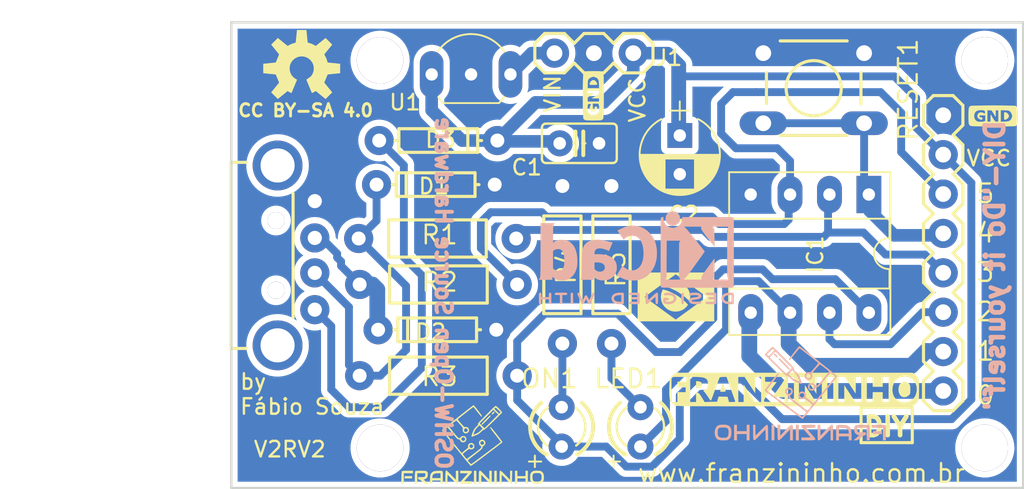
<source format=kicad_pcb>
(kicad_pcb (version 20200909) (generator pcbnew)
  (layers (0 "Top" signal) (31 "Bottom" signal) (34 "B.Paste" user) (35 "F.Paste" user) (36 "B.SilkS" user) (37 "F.SilkS" user) (38 "B.Mask" user) (39 "F.Mask" user) (44 "Edge.Cuts" user))
  (net 0 "")
  (net 1 "GND")
  (net 2 "5V")
  (net 3 "Net-(D3-PadA)")
  (net 4 "Net-(D1-PadC)")
  (net 5 "Net-(D2-PadC)")
  (net 6 "Net-(IC1-Pad7)")
  (net 7 "Net-(IC1-Pad6)")
  (net 8 "Net-(IC1-Pad5)")
  (net 9 "Net-(IC1-Pad3)")
  (net 10 "Net-(IC1-Pad2)")
  (net 11 "Net-(IC1-Pad1)")
  (net 12 "Net-(LED1-PadK)")
  (net 13 "Net-(ON1-PadK)")
  (net 14 "Net-(J1-Pad3)")
  (module "Franzininho:USB-A-H" (layer "Top") (at 125.95235 105.0186)
    (fp_text reference "X1" hide)
    (fp_text value "USB-A-H" hide)
    (pad "" thru_hole circle (at -0.1 2.25) (size 1.1 1.1) (drill 1.1) (layers *.Cu *.Mask))
    (pad "" thru_hole circle (at -0.1 -2.25) (size 1.1 1.1) (drill 1.1) (layers *.Cu *.Mask))
    (pad "D+" thru_hole circle (at 2.4 -1.127 270) (size 1.8796 1.8796) (drill 0.9144) (layers *.Cu *.Mask) (net 5 "Net-(D2-PadC)"))
    (pad "D-" thru_hole circle (at 2.4 1.127 270) (size 1.8796 1.8796) (drill 0.9144) (layers *.Cu *.Mask) (net 4 "Net-(D1-PadC)"))
    (pad "GND" thru_hole circle (at 2.4 -3.5 270) (size 1.8796 1.8796) (drill 0.9144) (layers *.Cu *.Mask) (net 1 "GND"))
    (pad "GND2" thru_hole circle (at 0 5.8 270) (size 3.216 3.216) (drill 2.2) (layers *.Cu *.Mask))
    (pad "GND3" thru_hole circle (at 0 -5.8 270) (size 3.216 3.216) (drill 2.2) (layers *.Cu *.Mask))
    (pad "VBUS" thru_hole circle (at 2.4 3.5 270) (size 1.8796 1.8796) (drill 0.9144) (layers *.Cu *.Mask) (net 3 "Net-(D3-PadA)"))
  )
  (module "Franzininho:DIODE-BZT52" (layer "Top") (at 136.24585 109.8141 180)
    (fp_text reference "D2" (at -0.66015 0.4417) (layer "F.SilkS") (effects (font (thickness 0.1524)) (justify right top)))
    (fp_text value "BZT52" hide)
    (pad "A" thru_hole circle (at -3.81 0 180) (size 1.8796 1.8796) (drill 0.9) (layers *.Cu *.Mask) (net 1 "GND"))
    (pad "C" thru_hole circle (at 3.81 0 180) (size 1.8796 1.8796) (drill 0.9) (layers *.Cu *.Mask) (net 5 "Net-(D2-PadC)"))
  )
  (module "Franzininho:DIODE-BZT52" (layer "Top") (at 136.14685 100.4521 180)
    (fp_text reference "D1" (at -0.96235 0.4777) (layer "F.SilkS") (effects (font (thickness 0.1524)) (justify right top)))
    (fp_text value "BZT52" hide)
    (pad "A" thru_hole circle (at -3.81 0 180) (size 1.8796 1.8796) (drill 0.9) (layers *.Cu *.Mask) (net 1 "GND"))
    (pad "C" thru_hole circle (at 3.81 0 180) (size 1.8796 1.8796) (drill 0.9) (layers *.Cu *.Mask) (net 4 "Net-(D1-PadC)"))
  )
  (module "Franzininho:C025-025X050" (layer "Top") (at 145.415 97.79)
    (fp_text reference "C1" (at -2.31845 0.9668) (layer "F.SilkS") (effects (font (thickness 0.1524)) (justify right top)))
    (fp_text value "0.1uf")
    (pad "1" thru_hole circle (at -1.27 0) (size 1.6764 1.6764) (drill 0.8128) (layers *.Cu *.Mask) (net 2 "5V"))
    (pad "2" thru_hole circle (at 1.27 0) (size 1.6764 1.6764) (drill 0.8128) (layers *.Cu *.Mask) (net 1 "GND"))
  )
  (module "Franzininho:AXIAL-0.4" (layer "Top") (at 136.26235 103.9281)
    (fp_text reference "R1" (at -1.13435 0.4659) (layer "F.SilkS") (effects (font (size 1.2 1.2) (thickness 0.1524)) (justify left bottom)))
    (fp_text value "68R" hide)
    (pad "P$1" thru_hole circle (at -5.08 0) (size 1.8796 1.8796) (drill 0.9) (layers *.Cu *.Mask) (net 4 "Net-(D1-PadC)"))
    (pad "P$2" thru_hole circle (at 5.08 0) (size 1.8796 1.8796) (drill 0.9) (layers *.Cu *.Mask) (net 10 "Net-(IC1-Pad2)"))
  )
  (module "Franzininho:AXIAL-0.4" (layer "Top") (at 136.32485 106.8931)
    (fp_text reference "R2" (at -1.19685 0.5489) (layer "F.SilkS") (effects (font (size 1.2 1.2) (thickness 0.1524)) (justify left bottom)))
    (fp_text value "68R" hide)
    (pad "P$1" thru_hole circle (at -5.08 0) (size 1.8796 1.8796) (drill 0.9) (layers *.Cu *.Mask) (net 5 "Net-(D2-PadC)"))
    (pad "P$2" thru_hole circle (at 5.08 0) (size 1.8796 1.8796) (drill 0.9) (layers *.Cu *.Mask) (net 9 "Net-(IC1-Pad3)"))
  )
  (module "Franzininho:AXIAL-0.4" (layer "Top") (at 136.32485 112.776 180)
    (fp_text reference "R3" hide)
    (fp_text value "1K5" hide)
    (fp_text user "R3" (at 1.19685 -0.762 180) (layer "F.SilkS") (effects (font (size 1.2 1.2) (thickness 0.1524)) (justify left bottom)))
    (pad "P$1" thru_hole circle (at -5.08 0 180) (size 1.8796 1.8796) (drill 0.9) (layers *.Cu *.Mask) (net 2 "5V"))
    (pad "P$2" thru_hole circle (at 5.08 0 180) (size 1.8796 1.8796) (drill 0.9) (layers *.Cu *.Mask) (net 4 "Net-(D1-PadC)"))
  )
  (module "Franzininho:LED3MM" (layer "Top") (at 149.352 116.078 90)
    (fp_text reference "LED1" (at 3.81 1.524) (layer "F.SilkS") (effects (font (size 1.2 1.2) (thickness 0.1524)) (justify right top)))
    (fp_text value "LED3MM")
    (pad "A" thru_hole circle (at -1.27 0 90) (size 1.6764 1.6764) (drill 0.8128) (layers *.Cu *.Mask) (net 7 "Net-(IC1-Pad6)"))
    (pad "K" thru_hole circle (at 1.27 0 90) (size 1.6764 1.6764) (drill 0.8128) (layers *.Cu *.Mask) (net 12 "Net-(LED1-PadK)"))
  )
  (module "Franzininho:AXIAL-0.4" (layer "Top") (at 147.48585 105.6231 -90)
    (fp_text reference "R5" (at -0.9751 0.41985 90) (layer "F.SilkS") (effects (font (size 1.2 1.2) (thickness 0.1524)) (justify right top)))
    (fp_text value "1K" hide)
    (pad "P$1" thru_hole circle (at -5.08 0 270) (size 1.8796 1.8796) (drill 0.9) (layers *.Cu *.Mask) (net 1 "GND"))
    (pad "P$2" thru_hole circle (at 5.08 0 270) (size 1.8796 1.8796) (drill 0.9) (layers *.Cu *.Mask) (net 12 "Net-(LED1-PadK)"))
  )
  (module "Franzininho:DIODE-1N4148" (layer "Top") (at 136.31645 97.6105)
    (fp_text reference "D3" (at -0.93445 0.5351) (layer "F.SilkS") (effects (font (thickness 0.1524)) (justify left bottom)))
    (fp_text value "1N4148" hide)
    (pad "A" thru_hole circle (at -3.81 0) (size 1.8796 1.8796) (drill 0.9) (layers *.Cu *.Mask) (net 3 "Net-(D3-PadA)"))
    (pad "C" thru_hole circle (at 3.81 0) (size 1.8796 1.8796) (drill 0.9) (layers *.Cu *.Mask) (net 2 "5V"))
  )
  (module "Franzininho:AXIAL-0.4" (layer "Top") (at 144.32085 105.6231 -90)
    (fp_text reference "R4" (at -1.1783 0.45525 90) (layer "F.SilkS") (effects (font (size 1.2 1.2) (thickness 0.1524)) (justify right top)))
    (fp_text value "1K" hide)
    (pad "P$1" thru_hole circle (at -5.08 0 270) (size 1.8796 1.8796) (drill 0.9) (layers *.Cu *.Mask) (net 1 "GND"))
    (pad "P$2" thru_hole circle (at 5.08 0 270) (size 1.8796 1.8796) (drill 0.9) (layers *.Cu *.Mask) (net 13 "Net-(ON1-PadK)"))
  )
  (module "Franzininho:1X08_ROUND" (layer "Top") (at 168.87985 113.7611 90)
    (fp_text reference "JP3" hide)
    (fp_text value "M08")
    (pad "1" thru_hole circle (at 0 0 180) (size 1.8796 1.8796) (drill 1.016) (layers *.Cu *.Mask) (net 8 "Net-(IC1-Pad5)"))
    (pad "2" thru_hole circle (at 2.54 0 180) (size 1.8796 1.8796) (drill 1.016) (layers *.Cu *.Mask) (net 7 "Net-(IC1-Pad6)"))
    (pad "3" thru_hole circle (at 5.08 0 180) (size 1.8796 1.8796) (drill 1.016) (layers *.Cu *.Mask) (net 6 "Net-(IC1-Pad7)"))
    (pad "4" thru_hole circle (at 7.62 0 180) (size 1.8796 1.8796) (drill 1.016) (layers *.Cu *.Mask) (net 10 "Net-(IC1-Pad2)"))
    (pad "5" thru_hole circle (at 10.16 0 180) (size 1.8796 1.8796) (drill 1.016) (layers *.Cu *.Mask) (net 11 "Net-(IC1-Pad1)"))
    (pad "6" thru_hole circle (at 12.7 0 180) (size 1.8796 1.8796) (drill 1.016) (layers *.Cu *.Mask) (net 9 "Net-(IC1-Pad3)"))
    (pad "7" thru_hole circle (at 15.24 0 180) (size 1.8796 1.8796) (drill 1.016) (layers *.Cu *.Mask) (net 2 "5V"))
    (pad "8" thru_hole circle (at 17.78 0 180) (size 1.8796 1.8796) (drill 1.016) (layers *.Cu *.Mask) (net 1 "GND"))
  )
  (module "Franzininho:OSHW-LOGO-M" (layer "Top") (at 127.508 92.964)
    (fp_text reference "LOGO1" hide)
    (fp_text value "OSHW-LOGOM" hide)
  )
  (module "Franzininho:1X03" (layer "Top") (at 148.89235 91.9761 180)
    (fp_text reference "J1" (at -3.25365 0.2821) (layer "F.SilkS") (effects (font (thickness 0.1524)) (justify right top)))
    (fp_text value "M03PTH")
    (pad "1" thru_hole circle (at 0 0 270) (size 1.8796 1.8796) (drill 1.016) (layers *.Cu *.Mask) (net 2 "5V"))
    (pad "2" thru_hole circle (at 2.54 0 270) (size 1.8796 1.8796) (drill 1.016) (layers *.Cu *.Mask) (net 1 "GND"))
    (pad "3" thru_hole circle (at 5.08 0 270) (size 1.8796 1.8796) (drill 1.016) (layers *.Cu *.Mask) (net 14 "Net-(J1-Pad3)"))
  )
  (module "Franzininho:TAC-SWITCH-PTH" (layer "Top") (at 160.528 94.234 180)
    (fp_text reference "RESET1" (at -5.3848 3.302 90) (layer "F.SilkS") (effects (font (size 1.2065 1.2065) (thickness 0.1524)) (justify right top)))
    (fp_text value "TACTILE-SWITCH-PTH")
    (pad "1" thru_hole oval (at -3.2512 -2.2606 180) (size 3.048 1.524) (drill 1.016) (layers *.Cu *.Mask) (net 11 "Net-(IC1-Pad1)"))
    (pad "2" thru_hole oval (at 3.2512 -2.2606 180) (size 3.048 1.524) (drill 1.016) (layers *.Cu *.Mask) (net 11 "Net-(IC1-Pad1)"))
    (pad "3" thru_hole oval (at -3.2512 2.2606 180) (size 3.048 1.524) (drill 1.016) (layers *.Cu *.Mask) (net 1 "GND"))
    (pad "4" thru_hole oval (at 3.2512 2.2606 180) (size 3.048 1.524) (drill 1.016) (layers *.Cu *.Mask) (net 1 "GND"))
  )
  (module "library:TO-92_Inline_Wide" (layer "Top") (at 135.89 93.345)
    (fp_text reference "U1" (at -1.7272 1.8034 180) (layer "F.SilkS"))
    (fp_text value "L78L05_TO92")
    (pad "1" thru_hole oval (at 0 0 90) (size 3 1.52) (drill 0.8) (layers *.Cu *.Mask) (net 2 "5V"))
    (pad "2" thru_hole oval (at 2.54 0 90) (size 3 1.52) (drill 0.8) (layers *.Cu *.Mask) (net 1 "GND"))
    (pad "3" thru_hole oval (at 5.08 0 90) (size 3 1.52) (drill 0.8) (layers *.Cu *.Mask) (net 14 "Net-(J1-Pad3)"))
  )
  (module "Housings_DIP:DIP-8_W7.62mm_Socket_LongPads" (layer "Top") (at 164.084 101.092 -90)
    (fp_text reference "IC1" (at 3.8608 3.4544 -90) (layer "F.SilkS"))
    (fp_text value "ATTINY85 - 20PU")
    (pad "1" thru_hole rect (at 0 0 270) (size 2.4 1.6) (drill 0.8) (layers *.Cu *.Mask) (net 11 "Net-(IC1-Pad1)"))
    (pad "2" thru_hole oval (at 0 2.54 270) (size 2.4 1.6) (drill 0.8) (layers *.Cu *.Mask) (net 10 "Net-(IC1-Pad2)"))
    (pad "3" thru_hole oval (at 0 5.08 270) (size 2.4 1.6) (drill 0.8) (layers *.Cu *.Mask) (net 9 "Net-(IC1-Pad3)"))
    (pad "4" thru_hole oval (at 0 7.62 270) (size 2.4 1.6) (drill 0.8) (layers *.Cu *.Mask) (net 1 "GND"))
    (pad "5" thru_hole oval (at 7.62 7.62 270) (size 2.4 1.6) (drill 0.8) (layers *.Cu *.Mask) (net 8 "Net-(IC1-Pad5)"))
    (pad "6" thru_hole oval (at 7.62 5.08 270) (size 2.4 1.6) (drill 0.8) (layers *.Cu *.Mask) (net 7 "Net-(IC1-Pad6)"))
    (pad "7" thru_hole oval (at 7.62 2.54 270) (size 2.4 1.6) (drill 0.8) (layers *.Cu *.Mask) (net 6 "Net-(IC1-Pad7)"))
    (pad "8" thru_hole oval (at 7.62 0 270) (size 2.4 1.6) (drill 0.8) (layers *.Cu *.Mask) (net 2 "5V"))
  )
  (module "Franzininho:LED3MM" (layer "Top") (at 144.272 116.078 90)
    (fp_text reference "ON1" (at 3.81 1.143) (layer "F.SilkS") (effects (font (size 1.2 1.2) (thickness 0.1524)) (justify right top)))
    (fp_text value "LED3MM")
    (pad "A" thru_hole circle (at -1.27 0 90) (size 1.6764 1.6764) (drill 0.8128) (layers *.Cu *.Mask) (net 2 "5V"))
    (pad "K" thru_hole circle (at 1.27 0 90) (size 1.6764 1.6764) (drill 0.8128) (layers *.Cu *.Mask) (net 13 "Net-(ON1-PadK)"))
  )
  (module "Graphics:FRANZININHO_16x2" (layer "Top") (at 159.258 113.665)
    (fp_text reference "G***" hide)
    (fp_text value "LOGO" hide)
  )
  (module "Graphics:bandeiraBrasil" (layer "Top") (at 151.638 107.696)
    (fp_text reference "G***" hide)
    (fp_text value "LOGO" hide)
  )
  (module "Capacitors_THT:CP_Radial_D5.0mm_P2.50mm" (layer "Top") (at 151.892 97.282 -90)
    (fp_text reference "C2" (at 5.08 -0.254) (layer "F.SilkS"))
    (fp_text value "10uF")
    (pad "1" thru_hole rect (at 0 0 270) (size 1.6 1.6) (drill 0.8) (layers *.Cu *.Mask) (net 2 "5V"))
    (pad "2" thru_hole circle (at 2.5 0 270) (size 1.6 1.6) (drill 0.8) (layers *.Cu *.Mask) (net 1 "GND"))
  )
  (module "Graphics:GND2" (layer "Top") (at 172.085 96.012)
    (fp_text reference "G***" hide)
    (fp_text value "LOGO" hide)
  )
  (module "Graphics:GND2" (layer "Top") (at 146.304 94.742 90)
    (fp_text reference "G***" hide)
    (fp_text value "LOGO" hide)
  )
  (module "Graphics:logo-franzininho10_6" (layer "Top") (at 138.557 117.221)
    (fp_text reference "G***" hide)
    (fp_text value "LOGO" hide)
  )
  (module "" (layer "Top") (at 132.56235 117.4361)
    (fp_text reference "@HOLE3" hide)
    (fp_text value "" (at 0 0) (layer "F.SilkS") (effects (font (size 1.27 1.27))))
    (pad "" thru_hole circle (at 0 0) (size 3 3) (drill 3) (layers *.Cu *.Mask))
  )
  (module "" (layer "Top") (at 171.56235 117.4361)
    (fp_text reference "@HOLE2" hide)
    (fp_text value "" (at 0 0) (layer "F.SilkS") (effects (font (size 1.27 1.27))))
    (pad "" thru_hole circle (at 0 0) (size 3 3) (drill 3) (layers *.Cu *.Mask))
  )
  (module "" (layer "Top") (at 171.56235 92.4361)
    (fp_text reference "@HOLE1" hide)
    (fp_text value "" (at 0 0) (layer "F.SilkS") (effects (font (size 1.27 1.27))))
    (pad "" thru_hole circle (at 0 0) (size 3 3) (drill 3) (layers *.Cu *.Mask))
  )
  (module "" (layer "Top") (at 132.56235 92.4361)
    (fp_text reference "@HOLE0" hide)
    (fp_text value "" (at 0 0) (layer "F.SilkS") (effects (font (size 1.27 1.27))))
    (pad "" thru_hole circle (at 0 0) (size 3 3) (drill 3) (layers *.Cu *.Mask))
  )
  (module "Graphics:logo-franzininho12_7" (layer "Bottom") (at 159.639 113.919 180)
    (fp_text reference "G***" hide)
    (fp_text value "LOGO" hide)
  )
  (module "Symbols:KiCad-Logo2_6mm_SilkScreen" (layer "Bottom") (at 149.098 105.156 180)
    (fp_text reference "REF***" hide)
    (fp_text value "KiCad-Logo2_6mm_SilkScreen" hide)
  )
  (gr_line (start 163.58362 114.808) (end 163.58362 117.094) (layer "F.SilkS") (width 0.2))
  (gr_line (start 163.58362 114.808) (end 166.63162 114.808) (layer "F.SilkS") (width 0.2))
  (gr_line (start 166.88562 117.094) (end 166.88562 114.808) (layer "F.SilkS") (width 0.2))
  (gr_line (start 166.88562 114.808) (end 166.63162 114.808) (layer "F.SilkS") (width 0.2))
  (gr_line (start 166.88562 117.094) (end 166.63162 117.094) (layer "F.SilkS") (width 0.2))
  (gr_line (start 163.58362 117.094) (end 166.63162 117.094) (layer "F.SilkS") (width 0.2))
  (gr_line (start 174.03485 120.0186) (end 174.03485 89.9886) (layer "Edge.Cuts") (width 0.15))
  (gr_line (start 122.96735 89.9886) (end 122.96735 120.0186) (layer "Edge.Cuts") (width 0.15))
  (gr_line (start 174.03485 89.9886) (end 122.96735 89.9886) (layer "Edge.Cuts") (width 0.15))
  (gr_line (start 122.96735 120.0186) (end 174.03485 120.0186) (layer "Edge.Cuts") (width 0.15))
  (gr_text "OSHW-Open Source Hardware" (at 136.652 107.442 270) (layer "B.SilkS") (effects (font (size 1 1) (thickness 0.25)) (justify mirror)))
  (gr_text "DIY-\"Do it yourself\"" (at 172.212 105.664 90) (layer "B.SilkS") (effects (font (size 1.2 1.2) (thickness 0.3)) (justify mirror)))
  (gr_text "DIY" (at 165.2143 116.0653) (layer "F.SilkS") (effects (font (size 1.2 1.2) (thickness 0.3))))
  (gr_text "1" (at 172.2755 110.49) (layer "F.SilkS") (effects (font (size 1.2 1.2) (thickness 0.1524)) (justify right top)))
  (gr_text "2" (at 172.2755 107.95) (layer "F.SilkS") (effects (font (size 1.2 1.2) (thickness 0.1524)) (justify right top)))
  (gr_text "3" (at 172.2755 105.41) (layer "F.SilkS") (effects (font (size 1.2 1.2) (thickness 0.1524)) (justify right top)))
  (gr_text "4" (at 172.2755 102.87) (layer "F.SilkS") (effects (font (size 1.2 1.2) (thickness 0.1524)) (justify right top)))
  (gr_text "5" (at 172.2755 100.33) (layer "F.SilkS") (effects (font (size 1.2 1.2) (thickness 0.1524)) (justify right top)))
  (gr_text "www.franzininho.com.br" (at 149.098 118.364) (layer "F.SilkS") (effects (font (size 1.2 1.2) (thickness 0.1524)) (justify left top)))
  (gr_text "VCC" (at 173.355 98.171) (layer "F.SilkS") (effects (font (size 1 1) (thickness 0.1524)) (justify right top)))
  (gr_text "0" (at 172.2755 113.3475) (layer "F.SilkS") (effects (font (size 1.2 1.2) (thickness 0.1524)) (justify right top)))
  (gr_text "VIN" (at 144.272 95.885 90) (layer "F.SilkS") (effects (font (size 1 1) (thickness 0.1524)) (justify left bottom)))
  (gr_text "VCC" (at 148.57485 93.472 90) (layer "F.SilkS") (effects (font (size 1 1) (thickness 0.1524)) (justify right top)))
  (gr_text "CC BY-SA 4.0" (at 123.317 96.139) (layer "F.SilkS") (effects (font (size 0.8 0.8) (thickness 0.18288)) (justify left bottom)))
  (gr_text "V2RV2" (at 124.333 118.11) (layer "F.SilkS") (effects (font (size 1 1) (thickness 0.1524)) (justify left bottom)))
  (gr_text "by\nFábio Souza\n\n" (at 123.444 116.967) (layer "F.SilkS") (effects (font (size 1 1) (thickness 0.1524)) (justify left bottom)))
  (segment (start 151.74985 92.6111) (end 151.74985 97.15135) (width 0.8128) (layer "Bottom") (net 2))
  (segment (start 148.89235 93.2461) (end 146.98735 95.1511) (width 0.8128) (layer "Bottom") (net 2))
  (segment (start 146.98735 95.1511) (end 142.58585 95.1511) (width 0.8128) (layer "Bottom") (net 2))
  (segment (start 144.10125 97.663) (end 140.25335 97.663) (width 0.8128) (layer "Bottom") (net 2))
  (segment (start 148.89235 91.9761) (end 151.11485 91.9761) (width 0.8128) (layer "Bottom") (net 2))
  (segment (start 148.89235 91.9761) (end 148.89235 93.2461) (width 0.8128) (layer "Bottom") (net 2))
  (segment (start 140.08295 97.6105) (end 140.00235 97.6911) (width 0.4064) (layer "Bottom") (net 2))
  (segment (start 163.81485 108.646) (end 163.99395 108.8251) (width 0.8128) (layer "Bottom") (net 2))
  (segment (start 142.58585 95.1511) (end 140.12645 97.6105) (width 0.8128) (layer "Bottom") (net 2))
  (segment (start 169.2336 98.6436) (end 168.87985 98.5211) (width 0.4064) (layer "Bottom") (net 2))
  (segment (start 151.11485 91.9761) (end 151.74985 92.6111) (width 0.8128) (layer "Bottom") (net 2))
  (segment (start 140.25335 97.4836) (end 140.12645 97.6105) (width 0.8128) (layer "Bottom") (net 2))
  (segment (start 168.75735 98.6436) (end 168.87985 98.5211) (width 0.8128) (layer "Bottom") (net 2))
  (segment (start 169.00235 98.6436) (end 168.87985 98.5211) (width 1.016) (layer "Bottom") (net 2))
  (segment (start 140.12645 97.6105) (end 140.08295 97.6105) (width 0.4064) (layer "Bottom") (net 2))
  (segment (start 154.686 105.918) (end 157.226 105.918) (width 0.508) (layer "Bottom") (net 2))
  (segment (start 168.87985 98.5211) (end 167.132 96.77325) (width 0.508) (layer "Bottom") (net 2))
  (segment (start 167.132 94.869) (end 165.735 93.472) (width 0.508) (layer "Bottom") (net 2))
  (segment (start 155.94305 113.03) (end 158.489525 115.576475) (width 0.508) (layer "Bottom") (net 2))
  (segment (start 151.892 116.84) (end 151.892 114.046) (width 0.508) (layer "Bottom") (net 2))
  (segment (start 169.424475 115.576475) (end 158.489525 115.576475) (width 0.508) (layer "Bottom") (net 2))
  (segment (start 144.272 117.221) (end 144.272 117.348) (width 0.508) (layer "Bottom") (net 2))
  (segment (start 143.1925 108.7755) (end 147.6375 108.7755) (width 0.508) (layer "Bottom") (net 2))
  (segment (start 154.051 109.093) (end 151.892 111.252) (width 0.508) (layer "Bottom") (net 2))
  (segment (start 170.694475 100.335725) (end 170.688375 100.329625) (width 0.508) (layer "Bottom") (net 2))
  (segment (start 157.2895 105.9815) (end 157.861 106.553) (width 0.508) (layer "Bottom") (net 2))
  (segment (start 151.892 116.84) (end 150.091799 118.640201) (width 0.508) (layer "Bottom") (net 2))
  (segment (start 141.40485 112.776) (end 141.40485 110.56315) (width 0.508) (layer "Bottom") (net 2))
  (segment (start 168.87985 98.5211) (end 170.688375 100.329625) (width 0.508) (layer "Bottom") (net 2))
  (segment (start 151.892 92.75325) (end 151.74985 92.6111) (width 0.8128) (layer "Bottom") (net 2))
  (segment (start 151.892 114.046) (end 152.908 113.03) (width 0.508) (layer "Bottom") (net 2))
  (segment (start 154.051 106.553) (end 154.051 109.093) (width 0.508) (layer "Bottom") (net 2))
  (segment (start 150.368 111.252) (end 147.8915 108.7755) (width 0.508) (layer "Bottom") (net 2))
  (segment (start 137.8427 97.6105) (end 138.797373 97.6105) (width 0.8128) (layer "Bottom") (net 2))
  (segment (start 144.272 117.348) (end 147.148598 117.348) (width 0.508) (layer "Bottom") (net 2))
  (segment (start 152.908 113.03) (end 155.94305 113.03) (width 0.508) (layer "Bottom") (net 2))
  (segment (start 170.694475 114.306475) (end 170.694475 100.335725) (width 0.508) (layer "Bottom") (net 2))
  (segment (start 151.892 93.472) (end 151.892 97.282) (width 0.508) (layer "Bottom") (net 2))
  (segment (start 167.132 96.77325) (end 167.132 94.869) (width 0.508) (layer "Bottom") (net 2))
  (segment (start 151.892 97.282) (end 151.892 92.75325) (width 0.8128) (layer "Bottom") (net 2))
  (segment (start 141.40485 114.35385) (end 144.272 117.221) (width 0.508) (layer "Bottom") (net 2))
  (segment (start 141.40485 112.776) (end 141.40485 114.35385) (width 0.508) (layer "Bottom") (net 2))
  (segment (start 154.686 105.918) (end 154.051 106.553) (width 0.508) (layer "Bottom") (net 2))
  (segment (start 141.40485 110.56315) (end 143.1925 108.7755) (width 0.508) (layer "Bottom") (net 2))
  (segment (start 135.89 93.345) (end 135.89 95.6578) (width 0.8128) (layer "Bottom") (net 2))
  (segment (start 170.694475 114.306475) (end 169.424475 115.576475) (width 0.508) (layer "Bottom") (net 2))
  (segment (start 165.735 93.472) (end 151.892 93.472) (width 0.508) (layer "Bottom") (net 2))
  (segment (start 157.226 105.918) (end 157.2895 105.9815) (width 0.508) (layer "Bottom") (net 2))
  (segment (start 151.892 111.252) (end 150.368 111.252) (width 0.508) (layer "Bottom") (net 2))
  (segment (start 135.89 95.6578) (end 137.8427 97.6105) (width 0.8128) (layer "Bottom") (net 2))
  (segment (start 147.148598 117.348) (end 148.440799 118.640201) (width 0.508) (layer "Bottom") (net 2))
  (segment (start 138.797373 97.6105) (end 140.12645 97.6105) (width 0.8128) (layer "Bottom") (net 2))
  (segment (start 147.8915 108.7755) (end 147.6375 108.7755) (width 0.508) (layer "Bottom") (net 2))
  (segment (start 161.925 106.553) (end 164.084 108.712) (width 0.508) (layer "Bottom") (net 2))
  (segment (start 150.091799 118.640201) (end 148.440799 118.640201) (width 0.508) (layer "Bottom") (net 2))
  (segment (start 157.861 106.553) (end 161.925 106.553) (width 0.508) (layer "Bottom") (net 2))
  (segment (start 129.413 113.665) (end 129.6035 113.8555) (width 0.508) (layer "Bottom") (net 3))
  (segment (start 134.097475 99.201525) (end 134.097475 105.141475) (width 0.508) (layer "Bottom") (net 3))
  (segment (start 128.35235 108.5186) (end 129.413 109.57925) (width 0.508) (layer "Bottom") (net 3))
  (segment (start 129.6035 113.8555) (end 130.556 114.808) (width 0.508) (layer "Bottom") (net 3))
  (segment (start 134.097475 105.141475) (end 135.255 106.299) (width 0.508) (layer "Bottom") (net 3))
  (segment (start 129.413 109.57925) (end 129.413 113.665) (width 0.508) (layer "Bottom") (net 3))
  (segment (start 132.715 114.808) (end 135.255 112.268) (width 0.508) (layer "Bottom") (net 3))
  (segment (start 135.255 112.268) (end 135.255 106.299) (width 0.508) (layer "Bottom") (net 3))
  (segment (start 130.556 114.808) (end 132.715 114.808) (width 0.508) (layer "Bottom") (net 3))
  (segment (start 134.097475 99.201525) (end 132.50645 97.6105) (width 0.508) (layer "Bottom") (net 3))
  (segment (start 128.35235 106.1456) (end 130.556 108.34925) (width 0.508) (layer "Bottom") (net 4))
  (segment (start 130.556 112.08715) (end 131.24485 112.776) (width 0.508) (layer "Bottom") (net 4))
  (segment (start 132.33685 100.4521) (end 132.33685 102.7736) (width 0.508) (layer "Bottom") (net 4))
  (segment (start 130.556 108.34925) (end 130.556 112.08715) (width 0.508) (layer "Bottom") (net 4))
  (segment (start 134.239 106.98475) (end 134.239 111.110927) (width 0.508) (layer "Bottom") (net 4))
  (segment (start 131.18235 103.9281) (end 134.239 106.98475) (width 0.508) (layer "Bottom") (net 4))
  (segment (start 132.573927 112.776) (end 131.24485 112.776) (width 0.508) (layer "Bottom") (net 4))
  (segment (start 132.33685 102.7736) (end 131.18235 103.9281) (width 0.508) (layer "Bottom") (net 4))
  (segment (start 134.239 111.110927) (end 132.573927 112.776) (width 0.508) (layer "Bottom") (net 4))
  (segment (start 131.24485 106.8931) (end 131.24485 107.0311) (width 0.6096) (layer "Bottom") (net 5))
  (segment (start 132.38235 109.7606) (end 132.43585 109.8141) (width 0.6096) (layer "Bottom") (net 5))
  (segment (start 132.38235 107.2161) (end 132.06485 106.8986) (width 1.016) (layer "Bottom") (net 5))
  (segment (start 132.38235 107.2161) (end 132.38235 109.7606) (width 1.016) (layer "Bottom") (net 5))
  (segment (start 132.06485 106.8986) (end 131.25035 106.8986) (width 1.016) (layer "Bottom") (net 5))
  (segment (start 131.25035 106.8986) (end 131.24485 106.8931) (width 1.016) (layer "Bottom") (net 5))
  (segment (start 128.7836 103.8916) (end 128.35235 103.8916) (width 0.508) (layer "Bottom") (net 5))
  (segment (start 129.794 104.902) (end 128.7836 103.8916) (width 0.508) (layer "Bottom") (net 5))
  (segment (start 131.24485 106.8931) (end 130.048 105.69625) (width 0.508) (layer "Bottom") (net 5))
  (segment (start 130.048 105.69625) (end 130.048 105.41) (width 0.508) (layer "Bottom") (net 5))
  (segment (start 130.048 105.41) (end 129.794 105.156) (width 0.508) (layer "Bottom") (net 5))
  (segment (start 129.794 105.156) (end 129.794 104.902) (width 0.508) (layer "Bottom") (net 5))
  (segment (start 161.544 109.112) (end 161.544 108.712) (width 0.508) (layer "Bottom") (net 6))
  (segment (start 165.487873 110.744) (end 167.550773 108.6811) (width 0.508) (layer "Bottom") (net 6))
  (segment (start 161.544 108.712) (end 161.544 110.42) (width 0.508) (layer "Bottom") (net 6))
  (segment (start 161.544 110.42) (end 161.868 110.744) (width 0.508) (layer "Bottom") (net 6))
  (segment (start 161.868 110.744) (end 165.487873 110.744) (width 0.508) (layer "Bottom") (net 6))
  (segment (start 167.550773 108.6811) (end 168.87985 108.6811) (width 0.508) (layer "Bottom") (net 6))
  (segment (start 166.8311 112.13735) (end 167.7836 111.18485) (width 1.016) (layer "Bottom") (net 7))
  (segment (start 158.91395 108.8251) (end 158.91395 110.72895) (width 1.016) (layer "Bottom") (net 7))
  (segment (start 167.7836 111.18485) (end 168.8436 111.18485) (width 1.016) (layer "Bottom") (net 7))
  (segment (start 158.8936 108.80475) (end 158.91395 108.8251) (width 0.4064) (layer "Bottom") (net 7))
  (segment (start 158.91395 110.72895) (end 160.32235 112.13735) (width 1.016) (layer "Bottom") (net 7))
  (segment (start 168.8436 111.18485) (end 168.87985 111.2211) (width 1.016) (layer "Bottom") (net 7))
  (segment (start 160.32235 112.13735) (end 166.8311 112.13735) (width 1.016) (layer "Bottom") (net 7))
  (segment (start 154.8765 107.1245) (end 155.194 106.807) (width 0.508) (layer "Bottom") (net 7))
  (segment (start 155.321 106.68) (end 156.972 106.68) (width 0.508) (layer "Bottom") (net 7))
  (segment (start 151.003 115.697) (end 151.003 113.665) (width 0.508) (layer "Bottom") (net 7))
  (segment (start 149.352 117.348) (end 151.003 115.697) (width 0.508) (layer "Bottom") (net 7))
  (segment (start 155.194 106.807) (end 155.321 106.68) (width 0.508) (layer "Bottom") (net 7))
  (segment (start 156.972 106.68) (end 159.004 108.712) (width 0.508) (layer "Bottom") (net 7))
  (segment (start 154.8765 109.7915) (end 151.003 113.665) (width 0.508) (layer "Bottom") (net 7))
  (segment (start 154.8765 107.1245) (end 154.8765 109.7915) (width 0.508) (layer "Bottom") (net 7))
  (segment (start 168.87985 113.7611) (end 158.61235 113.7611) (width 1.016) (layer "Bottom") (net 8))
  (segment (start 156.37395 108.8251) (end 156.37395 111.5227) (width 1.016) (layer "Bottom") (net 8))
  (segment (start 158.61235 113.7611) (end 156.37395 111.5227) (width 1.016) (layer "Bottom") (net 8))
  (segment (start 168.68485 100.8661) (end 168.87985 101.0611) (width 0.8128) (layer "Bottom") (net 9))
  (segment (start 159.05235 101.3435) (end 158.91395 101.2051) (width 0.4064) (layer "Bottom") (net 9))
  (segment (start 168.75735 101.1836) (end 168.87985 101.0611) (width 0.8128) (layer "Bottom") (net 9))
  (segment (start 141.39935 106.8986) (end 141.40485 106.8931) (width 0.6096) (layer "Bottom") (net 9))
  (segment (start 158.1785 98.1075) (end 159.004 98.933) (width 0.508) (layer "Bottom") (net 9))
  (segment (start 143.002 102.235) (end 139.7 102.235) (width 0.508) (layer "Bottom") (net 9))
  (segment (start 154.559 95.25) (end 154.559 97.155) (width 0.508) (layer "Bottom") (net 9))
  (segment (start 139.412299 102.522701) (end 139.7 102.235) (width 0.508) (layer "Bottom") (net 9))
  (segment (start 153.957701 102.522701) (end 154.432 102.997) (width 0.508) (layer "Bottom") (net 9))
  (segment (start 166.169989 98.351239) (end 166.169989 95.811989) (width 0.508) (layer "Bottom") (net 9))
  (segment (start 166.169989 95.811989) (end 164.846 94.488) (width 0.508) (layer "Bottom") (net 9))
  (segment (start 164.846 94.488) (end 156.801703 94.488) (width 0.508) (layer "Bottom") (net 9))
  (segment (start 139.065 102.87) (end 139.412299 102.522701) (width 0.508) (layer "Bottom") (net 9))
  (segment (start 155.5115 98.1075) (end 158.1785 98.1075) (width 0.508) (layer "Bottom") (net 9))
  (segment (start 139.065 104.55325) (end 139.065 102.87) (width 0.508) (layer "Bottom") (net 9))
  (segment (start 156.801703 94.488) (end 155.321 94.488) (width 0.508) (layer "Bottom") (net 9))
  (segment (start 143.289701 102.522701) (end 153.957701 102.522701) (width 0.508) (layer "Bottom") (net 9))
  (segment (start 154.432 102.997) (end 158.623 102.997) (width 0.508) (layer "Bottom") (net 9))
  (segment (start 143.002 102.235) (end 143.289701 102.522701) (width 0.508) (layer "Bottom") (net 9))
  (segment (start 155.321 94.488) (end 154.559 95.25) (width 0.508) (layer "Bottom") (net 9))
  (segment (start 141.40485 106.8931) (end 139.065 104.55325) (width 0.508) (layer "Bottom") (net 9))
  (segment (start 159.004 98.933) (end 159.004 101.092) (width 0.508) (layer "Bottom") (net 9))
  (segment (start 168.87985 101.0611) (end 166.169989 98.351239) (width 0.508) (layer "Bottom") (net 9))
  (segment (start 158.623 102.997) (end 158.91395 102.70605) (width 0.508) (layer "Bottom") (net 9))
  (segment (start 158.91395 102.70605) (end 158.91395 101.2051) (width 0.508) (layer "Bottom") (net 9))
  (segment (start 154.559 97.155) (end 155.5115 98.1075) (width 0.508) (layer "Bottom") (net 9))
  (segment (start 161.59235 101.3435) (end 161.45395 101.2051) (width 0.8128) (layer "Bottom") (net 10))
  (segment (start 163.7425 103.5445) (end 161.45395 103.5445) (width 0.508) (layer "Bottom") (net 10))
  (segment (start 141.34235 103.9281) (end 141.89245 103.378) (width 0.508) (layer "Bottom") (net 10))
  (segment (start 141.89245 103.378) (end 153.416 103.378) (width 0.508) (layer "Bottom") (net 10))
  (segment (start 165.1635 104.9655) (end 163.7425 103.5445) (width 0.508) (layer "Bottom") (net 10))
  (segment (start 161.17595 103.8225) (end 161.201225 103.797225) (width 0.508) (layer "Bottom") (net 10))
  (segment (start 153.8605 103.8225) (end 161.17595 103.8225) (width 0.508) (layer "Bottom") (net 10))
  (segment (start 165.1635 104.9655) (end 167.70425 104.9655) (width 0.508) (layer "Bottom") (net 10))
  (segment (start 161.45395 101.2051) (end 161.45395 103.5445) (width 0.508) (layer "Bottom") (net 10))
  (segment (start 153.416 103.378) (end 153.8605 103.8225) (width 0.508) (layer "Bottom") (net 10))
  (segment (start 161.201225 103.797225) (end 161.45395 103.5445) (width 0.508) (layer "Bottom") (net 10))
  (segment (start 167.70425 104.9655) (end 168.87985 106.1411) (width 0.508) (layer "Bottom") (net 10))
  (segment (start 165.71985 103.7236) (end 168.75735 103.7236) (width 0.8128) (layer "Bottom") (net 11))
  (segment (start 164.13235 101.3435) (end 164.13235 102.1361) (width 0.8128) (layer "Bottom") (net 11))
  (segment (start 163.99395 101.2051) (end 164.13235 101.3435) (width 0.6096) (layer "Bottom") (net 11))
  (segment (start 164.13235 102.1361) (end 165.71985 103.7236) (width 0.8128) (layer "Bottom") (net 11))
  (segment (start 164.13235 101.0667) (end 163.99395 101.2051) (width 0.8128) (layer "Bottom") (net 11))
  (segment (start 168.75735 103.7236) (end 168.87985 103.6011) (width 0.6096) (layer "Bottom") (net 11))
  (segment (start 163.7792 96.4946) (end 157.2768 96.4946) (width 0.508) (layer "Bottom") (net 11))
  (segment (start 163.7792 96.4946) (end 163.7792 100.7872) (width 0.508) (layer "Bottom") (net 11))
  (segment (start 163.7792 100.7872) (end 164.084 101.092) (width 0.508) (layer "Bottom") (net 11))
  (segment (start 147.48585 112.94185) (end 149.352 114.808) (width 0.508) (layer "Bottom") (net 12))
  (segment (start 147.48585 110.7031) (end 147.48585 112.94185) (width 0.508) (layer "Bottom") (net 12))
  (segment (start 144.32085 110.7031) (end 144.44185 110.7031) (width 0.8128) (layer "Bottom") (net 13))
  (segment (start 144.32085 110.7031) (end 144.32085 114.75915) (width 0.508) (layer "Bottom") (net 13))
  (segment (start 144.32085 114.75915) (end 144.272 114.808) (width 0.508) (layer "Bottom") (net 13))
  (segment (start 142.3389 91.9761) (end 140.97 93.345) (width 0.8128) (layer "Bottom") (net 14))
  (segment (start 143.81235 91.9761) (end 142.3389 91.9761) (width 0.8128) (layer "Bottom") (net 14))
  (zone (net 1) (net_name "GND") (layer "Bottom") (priority 6) (connect_pads yes (clearance 0.4064)) (min_thickness 0.0254) (fill yes (thermal_gap 0.508) (thermal_bridge_width 0.508))
    (polygon (pts (xy 122.96735 90.1386) (xy 173.9986 90.1386) (xy 174.0661 120.00735) (xy 122.96735 120.0986)))
  )
)
</source>
